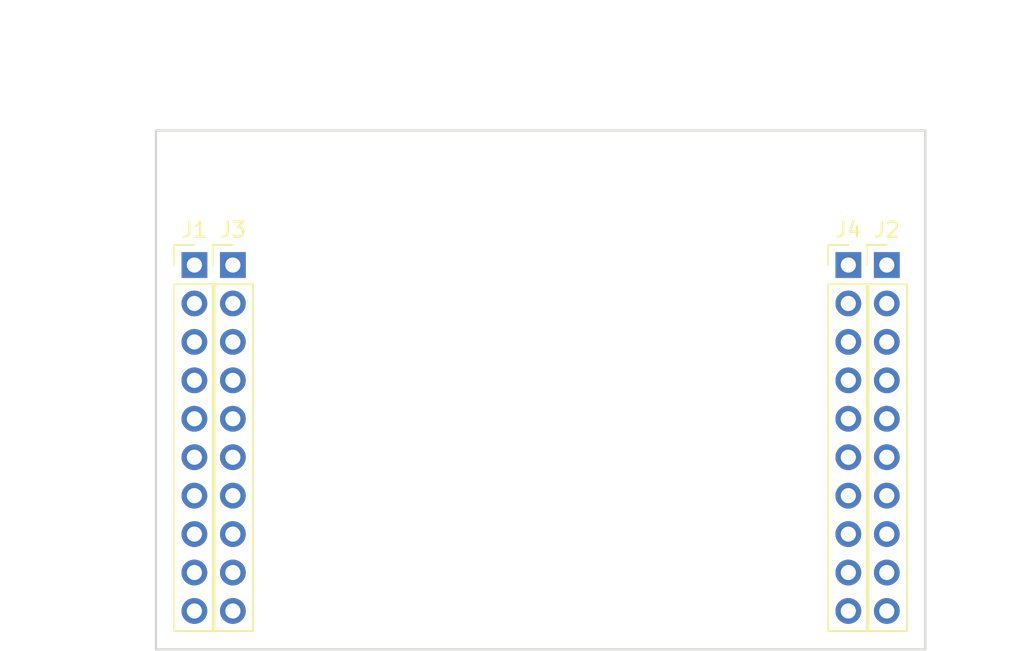
<source format=kicad_pcb>
(kicad_pcb (version 20210126) (generator pcbnew)
  (layers (0 "F.Cu" signal) (31 "B.Cu" signal) (34 "B.Paste" user) (35 "F.Paste" user) (36 "B.SilkS" user "B.Silkscreen") (37 "F.SilkS" user "F.Silkscreen") (38 "B.Mask" user) (39 "F.Mask" user) (44 "Edge.Cuts" user))
  (net 0 "")
  (net 1 "GND")
  (net 2 "VCC")
  (net 3 "Net-(J1-Pad2)")
  (net 4 "Net-(J1-Pad3)")
  (net 5 "Net-(J1-Pad4)")
  (net 6 "Net-(J1-Pad5)")
  (net 7 "Net-(J1-Pad6)")
  (net 8 "Net-(J1-Pad7)")
  (net 9 "Net-(J1-Pad8)")
  (net 10 "Net-(J1-Pad9)")
  (net 11 "Net-(J1-Pad10)")
  (net 12 "Net-(J2-Pad10)")
  (net 13 "Net-(J2-Pad9)")
  (net 14 "Net-(J2-Pad8)")
  (net 15 "Net-(J2-Pad7)")
  (net 16 "Net-(J2-Pad6)")
  (net 17 "Net-(J2-Pad5)")
  (net 18 "Net-(J2-Pad4)")
  (net 19 "Net-(J2-Pad3)")
  (net 20 "Net-(J2-Pad2)")
  (net 21 "+5V")
  (net 22 "Net-(J3-Pad3)")
  (net 23 "Net-(J3-Pad4)")
  (net 24 "Net-(J3-Pad5)")
  (net 25 "Net-(J3-Pad6)")
  (net 26 "Net-(J3-Pad7)")
  (net 27 "Net-(J3-Pad8)")
  (net 28 "Net-(J3-Pad9)")
  (net 29 "Net-(J3-Pad10)")
  (net 30 "Net-(J4-Pad10)")
  (net 31 "Net-(J4-Pad9)")
  (net 32 "Net-(J4-Pad8)")
  (net 33 "Net-(J4-Pad7)")
  (net 34 "Net-(J4-Pad6)")
  (net 35 "Net-(J4-Pad5)")
  (net 36 "Net-(J4-Pad4)")
  (net 37 "Net-(J4-Pad3)")
  (net 38 "Net-(J4-Pad2)")
  (net 39 "Net-(J4-Pad1)")
  (footprint "Connector_PinHeader_2.54mm:PinHeader_1x10_P2.54mm_Vertical" (layer "F.Cu") (at 231.14 121.92)
    (fp_text reference "J2" (at 0 -2.33) (layer "F.SilkS"))
    (fp_text value "TI_BOOSTER_40_J2")
    (fp_line (start 1.33 1.27) (end 1.33 24.19) (layer "F.SilkS") (width 0.12))
    (fp_line (start -1.33 0) (end -1.33 -1.33) (layer "F.SilkS") (width 0.12))
    (fp_line (start -1.33 1.27) (end -1.33 24.19) (layer "F.SilkS") (width 0.12))
    (fp_line (start -1.33 -1.33) (end 0 -1.33) (layer "F.SilkS") (width 0.12))
    (fp_line (start -1.33 1.27) (end 1.33 1.27) (layer "F.SilkS") (width 0.12))
    (fp_line (start -1.33 24.19) (end 1.33 24.19) (layer "F.SilkS") (width 0.12))
    (pad "1" thru_hole rect (at 0 0) (size 1.7 1.7) (drill 1) (layers *.Cu *.Mask) (net 1 "GND"))
    (pad "2" thru_hole oval (at 0 2.54) (size 1.7 1.7) (drill 1) (layers *.Cu *.Mask) (net 20 "Net-(J2-Pad2)"))
    (pad "3" thru_hole oval (at 0 5.08) (size 1.7 1.7) (drill 1) (layers *.Cu *.Mask) (net 19 "Net-(J2-Pad3)"))
    (pad "4" thru_hole oval (at 0 7.62) (size 1.7 1.7) (drill 1) (layers *.Cu *.Mask) (net 18 "Net-(J2-Pad4)"))
    (pad "5" thru_hole oval (at 0 10.16) (size 1.7 1.7) (drill 1) (layers *.Cu *.Mask) (net 17 "Net-(J2-Pad5)"))
    (pad "6" thru_hole oval (at 0 12.7) (size 1.7 1.7) (drill 1) (layers *.Cu *.Mask) (net 16 "Net-(J2-Pad6)"))
    (pad "7" thru_hole oval (at 0 15.24) (size 1.7 1.7) (drill 1) (layers *.Cu *.Mask) (net 15 "Net-(J2-Pad7)"))
    (pad "8" thru_hole oval (at 0 17.78) (size 1.7 1.7) (drill 1) (layers *.Cu *.Mask) (net 14 "Net-(J2-Pad8)"))
    (pad "9" thru_hole oval (at 0 20.32) (size 1.7 1.7) (drill 1) (layers *.Cu *.Mask) (net 13 "Net-(J2-Pad9)"))
    (pad "10" thru_hole oval (at 0 22.86) (size 1.7 1.7) (drill 1) (layers *.Cu *.Mask) (net 12 "Net-(J2-Pad10)"))
  )
  (footprint "Connector_PinHeader_2.54mm:PinHeader_1x10_P2.54mm_Vertical" (layer "F.Cu") (at 228.6 121.92)
    (fp_text reference "J4" (at 0 -2.33) (layer "F.SilkS"))
    (fp_text value "TI_BOOSTER_40_J4")
    (fp_line (start 1.33 1.27) (end 1.33 24.19) (layer "F.SilkS") (width 0.12))
    (fp_line (start -1.33 -1.33) (end 0 -1.33) (layer "F.SilkS") (width 0.12))
    (fp_line (start -1.33 0) (end -1.33 -1.33) (layer "F.SilkS") (width 0.12))
    (fp_line (start -1.33 1.27) (end 1.33 1.27) (layer "F.SilkS") (width 0.12))
    (fp_line (start -1.33 1.27) (end -1.33 24.19) (layer "F.SilkS") (width 0.12))
    (fp_line (start -1.33 24.19) (end 1.33 24.19) (layer "F.SilkS") (width 0.12))
    (pad "1" thru_hole rect (at 0 0) (size 1.7 1.7) (drill 1) (layers *.Cu *.Mask) (net 39 "Net-(J4-Pad1)"))
    (pad "2" thru_hole oval (at 0 2.54) (size 1.7 1.7) (drill 1) (layers *.Cu *.Mask) (net 38 "Net-(J4-Pad2)"))
    (pad "3" thru_hole oval (at 0 5.08) (size 1.7 1.7) (drill 1) (layers *.Cu *.Mask) (net 37 "Net-(J4-Pad3)"))
    (pad "4" thru_hole oval (at 0 7.62) (size 1.7 1.7) (drill 1) (layers *.Cu *.Mask) (net 36 "Net-(J4-Pad4)"))
    (pad "5" thru_hole oval (at 0 10.16) (size 1.7 1.7) (drill 1) (layers *.Cu *.Mask) (net 35 "Net-(J4-Pad5)"))
    (pad "6" thru_hole oval (at 0 12.7) (size 1.7 1.7) (drill 1) (layers *.Cu *.Mask) (net 34 "Net-(J4-Pad6)"))
    (pad "7" thru_hole oval (at 0 15.24) (size 1.7 1.7) (drill 1) (layers *.Cu *.Mask) (net 33 "Net-(J4-Pad7)"))
    (pad "8" thru_hole oval (at 0 17.78) (size 1.7 1.7) (drill 1) (layers *.Cu *.Mask) (net 32 "Net-(J4-Pad8)"))
    (pad "9" thru_hole oval (at 0 20.32) (size 1.7 1.7) (drill 1) (layers *.Cu *.Mask) (net 31 "Net-(J4-Pad9)"))
    (pad "10" thru_hole oval (at 0 22.86) (size 1.7 1.7) (drill 1) (layers *.Cu *.Mask) (net 30 "Net-(J4-Pad10)"))
  )
  (footprint "Connector_PinHeader_2.54mm:PinHeader_1x10_P2.54mm_Vertical" (layer "F.Cu") (at 187.96 121.92)
    (fp_text reference "J3" (at 0 -2.33) (layer "F.SilkS"))
    (fp_text value "TI_BOOSTER_40_J3")
    (fp_line (start -1.33 1.27) (end 1.33 1.27) (layer "F.SilkS") (width 0.12))
    (fp_line (start -1.33 1.27) (end -1.33 24.19) (layer "F.SilkS") (width 0.12))
    (fp_line (start -1.33 24.19) (end 1.33 24.19) (layer "F.SilkS") (width 0.12))
    (fp_line (start 1.33 1.27) (end 1.33 24.19) (layer "F.SilkS") (width 0.12))
    (fp_line (start -1.33 0) (end -1.33 -1.33) (layer "F.SilkS") (width 0.12))
    (fp_line (start -1.33 -1.33) (end 0 -1.33) (layer "F.SilkS") (width 0.12))
    (pad "1" thru_hole rect (at 0 0) (size 1.7 1.7) (drill 1) (layers *.Cu *.Mask) (net 21 "+5V"))
    (pad "2" thru_hole oval (at 0 2.54) (size 1.7 1.7) (drill 1) (layers *.Cu *.Mask) (net 1 "GND"))
    (pad "3" thru_hole oval (at 0 5.08) (size 1.7 1.7) (drill 1) (layers *.Cu *.Mask) (net 22 "Net-(J3-Pad3)"))
    (pad "4" thru_hole oval (at 0 7.62) (size 1.7 1.7) (drill 1) (layers *.Cu *.Mask) (net 23 "Net-(J3-Pad4)"))
    (pad "5" thru_hole oval (at 0 10.16) (size 1.7 1.7) (drill 1) (layers *.Cu *.Mask) (net 24 "Net-(J3-Pad5)"))
    (pad "6" thru_hole oval (at 0 12.7) (size 1.7 1.7) (drill 1) (layers *.Cu *.Mask) (net 25 "Net-(J3-Pad6)"))
    (pad "7" thru_hole oval (at 0 15.24) (size 1.7 1.7) (drill 1) (layers *.Cu *.Mask) (net 26 "Net-(J3-Pad7)"))
    (pad "8" thru_hole oval (at 0 17.78) (size 1.7 1.7) (drill 1) (layers *.Cu *.Mask) (net 27 "Net-(J3-Pad8)"))
    (pad "9" thru_hole oval (at 0 20.32) (size 1.7 1.7) (drill 1) (layers *.Cu *.Mask) (net 28 "Net-(J3-Pad9)"))
    (pad "10" thru_hole oval (at 0 22.86) (size 1.7 1.7) (drill 1) (layers *.Cu *.Mask) (net 29 "Net-(J3-Pad10)"))
  )
  (footprint "Connector_PinHeader_2.54mm:PinHeader_1x10_P2.54mm_Vertical" (layer "F.Cu") (at 185.42 121.92)
    (fp_text reference "J1" (at 0 -2.33) (layer "F.SilkS"))
    (fp_text value "TI_BOOSTER_40_J1")
    (fp_line (start -1.33 1.27) (end -1.33 24.19) (layer "F.SilkS") (width 0.12))
    (fp_line (start -1.33 -1.33) (end 0 -1.33) (layer "F.SilkS") (width 0.12))
    (fp_line (start -1.33 24.19) (end 1.33 24.19) (layer "F.SilkS") (width 0.12))
    (fp_line (start -1.33 1.27) (end 1.33 1.27) (layer "F.SilkS") (width 0.12))
    (fp_line (start 1.33 1.27) (end 1.33 24.19) (layer "F.SilkS") (width 0.12))
    (fp_line (start -1.33 0) (end -1.33 -1.33) (layer "F.SilkS") (width 0.12))
    (pad "1" thru_hole rect (at 0 0) (size 1.7 1.7) (drill 1) (layers *.Cu *.Mask) (net 2 "VCC"))
    (pad "2" thru_hole oval (at 0 2.54) (size 1.7 1.7) (drill 1) (layers *.Cu *.Mask) (net 3 "Net-(J1-Pad2)"))
    (pad "3" thru_hole oval (at 0 5.08) (size 1.7 1.7) (drill 1) (layers *.Cu *.Mask) (net 4 "Net-(J1-Pad3)"))
    (pad "4" thru_hole oval (at 0 7.62) (size 1.7 1.7) (drill 1) (layers *.Cu *.Mask) (net 5 "Net-(J1-Pad4)"))
    (pad "5" thru_hole oval (at 0 10.16) (size 1.7 1.7) (drill 1) (layers *.Cu *.Mask) (net 6 "Net-(J1-Pad5)"))
    (pad "6" thru_hole oval (at 0 12.7) (size 1.7 1.7) (drill 1) (layers *.Cu *.Mask) (net 7 "Net-(J1-Pad6)"))
    (pad "7" thru_hole oval (at 0 15.24) (size 1.7 1.7) (drill 1) (layers *.Cu *.Mask) (net 8 "Net-(J1-Pad7)"))
    (pad "8" thru_hole oval (at 0 17.78) (size 1.7 1.7) (drill 1) (layers *.Cu *.Mask) (net 9 "Net-(J1-Pad8)"))
    (pad "9" thru_hole oval (at 0 20.32) (size 1.7 1.7) (drill 1) (layers *.Cu *.Mask) (net 10 "Net-(J1-Pad9)"))
    (pad "10" thru_hole oval (at 0 22.86) (size 1.7 1.7) (drill 1) (layers *.Cu *.Mask) (net 11 "Net-(J1-Pad10)"))
  )
  (gr_line (start 233.68 113.03) (end 233.68 147.32) (angle 90) (layer "Edge.Cuts") (width 0.14986))
  (gr_line (start 233.68 147.32) (end 182.88 147.32) (angle 90) (layer "Edge.Cuts") (width 0.15))
  (gr_line (start 182.88 113.03) (end 233.68 113.03) (angle 90) (layer "Edge.Cuts") (width 0.15))
  (gr_line (start 182.88 147.32) (end 182.88 113.03) (angle 90) (layer "Edge.Cuts") (width 0.14986))
)
</source>
